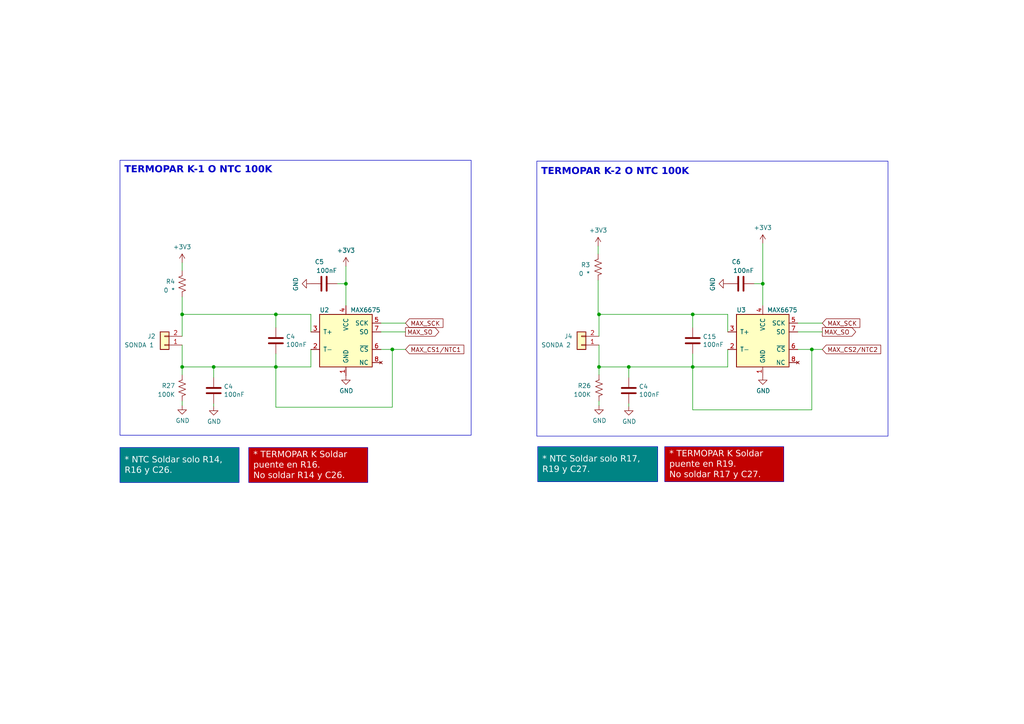
<source format=kicad_sch>
(kicad_sch (version 20230121) (generator eeschema)
  (paper "A4")
  (title_block (title "HOT-PLATE") (rev "1"))
  (lib_symbols
    (symbol "Connector_Generic:Conn_01x02" (pin_names (offset 1.016) hide)
      (property "Reference" "J" (at 0 2.54 0))
      (property "Value" "Conn_01x02" (at 0 -5.08 0))
      (symbol "Conn_01x02_1_1"
        (rectangle (start -1.27 -2.413) (end 0 -2.667) (stroke (width 0.1524)))
        (rectangle (start -1.27 0.127) (end 0 -0.127) (stroke (width 0.1524)))
        (rectangle (start -1.27 1.27) (end 1.27 -3.81) (stroke (width 0.254)) (fill (type background)))
        (pin passive line (at -5.08 0 0) (length 3.81) (name "Pin_1") (number "1"))
        (pin passive line (at -5.08 -2.54 0) (length 3.81) (name "Pin_2") (number "2"))
      )
    )
    (symbol "Device:C" (pin_numbers hide) (pin_names (offset 0.254))
      (property "Reference" "C" (at 0.635 2.54 0))
      (property "Value" "C" (at 0.635 -2.54 0))
      (symbol "C_0_1"
        (polyline (pts (xy -2.032 -0.762) (xy 2.032 -0.762)) (stroke (width 0.508)))
        (polyline (pts (xy -2.032 0.762) (xy 2.032 0.762)) (stroke (width 0.508)))
      )
      (symbol "C_1_1"
        (pin passive line (at 0 3.81 270) (length 2.794) (name "~") (number "1"))
        (pin passive line (at 0 -3.81 90) (length 2.794) (name "~") (number "2"))
      )
    )
    (symbol "Device:R_US" (pin_numbers hide) (pin_names (offset 0))
      (property "Reference" "R" (at 2.54 0 90))
      (property "Value" "R_US" (at -2.54 0 90))
      (symbol "R_US_0_1"
        (polyline (pts (xy 0 -2.286) (xy 0 -2.54)))
        (polyline (pts (xy 0 2.286) (xy 0 2.54)))
        (polyline (pts (xy 0 -0.762) (xy 1.016 -1.143) (xy 0 -1.524) (xy -1.016 -1.905) (xy 0 -2.286)))
        (polyline (pts (xy 0 0.762) (xy 1.016 0.381) (xy 0 0) (xy -1.016 -0.381) (xy 0 -0.762)))
        (polyline (pts (xy 0 2.286) (xy 1.016 1.905) (xy 0 1.524) (xy -1.016 1.143) (xy 0 0.762)))
      )
      (symbol "R_US_1_1"
        (pin passive line (at 0 3.81 270) (length 1.27) (name "~") (number "1"))
        (pin passive line (at 0 -3.81 90) (length 1.27) (name "~") (number "2"))
      )
    )
    (symbol "Sensor_Temperature:MAX6675" (pin_names (offset 1.016))
      (property "Reference" "U" (at -7.62 8.89 0))
      (property "Value" "MAX6675" (at 1.27 8.89 0))
      (symbol "MAX6675_0_1"
        (rectangle (start -7.62 7.62) (end 7.62 -7.62) (stroke (width 0.254)) (fill (type background)))
      )
      (symbol "MAX6675_1_1"
        (pin power_in line (at 0 -10.16 90) (length 2.54) (name "GND") (number "1"))
        (pin passive line (at -10.16 -2.54 0) (length 2.54) (name "T-") (number "2"))
        (pin passive line (at -10.16 2.54 0) (length 2.54) (name "T+") (number "3"))
        (pin power_in line (at 0 10.16 270) (length 2.54) (name "VCC") (number "4"))
        (pin input line (at 10.16 5.08 180) (length 2.54) (name "SCK") (number "5"))
        (pin input line (at 10.16 -2.54 180) (length 2.54) (name "~{CS}") (number "6"))
        (pin tri_state line (at 10.16 2.54 180) (length 2.54) (name "SO") (number "7"))
        (pin no_connect line (at 10.16 -6.35 180) (length 2.54) (name "NC") (number "8"))
      )
    )
    (symbol "power:+3V3" (power) (pin_names (offset 0))
      (property "Value" "+3V3" (at 0 3.556 0))
      (symbol "+3V3_0_1"
        (polyline (pts (xy -0.762 1.27) (xy 0 2.54)))
        (polyline (pts (xy 0 0) (xy 0 2.54)))
        (polyline (pts (xy 0 2.54) (xy 0.762 1.27)))
      )
      (symbol "+3V3_1_1"
        (pin power_in line (at 0 0 90) (length 0) hide (name "+3V3") (number "1"))
      )
    )
    (symbol "power:GND" (power) (pin_names (offset 0))
      (property "Value" "GND" (at 0 -3.81 0))
      (symbol "GND_0_1"
        (polyline (pts (xy 0 0) (xy 0 -1.27) (xy 1.27 -1.27) (xy 0 -2.54) (xy -1.27 -1.27) (xy 0 -1.27)))
      )
      (symbol "GND_1_1"
        (pin power_in line (at 0 0 270) (length 0) hide (name "GND") (number "1"))
      )
    )
  )
  (junction (at 235.458 101.346))
  (junction (at 221.234 82.296))
  (junction (at 61.976 106.426))
  (junction (at 200.914 106.426))
  (junction (at 173.736 91.186))
  (junction (at 52.832 91.186))
  (junction (at 80.01 91.186))
  (junction (at 52.832 106.426))
  (junction (at 173.736 106.426))
  (junction (at 113.792 101.346))
  (junction (at 200.914 91.186))
  (junction (at 182.372 106.426))
  (junction (at 80.01 106.426))
  (junction (at 100.33 82.296))
  (wire (pts (xy 221.234 82.296) (xy 221.234 88.646)))
  (wire (pts (xy 200.914 118.872) (xy 235.458 118.872)))
  (wire (pts (xy 182.372 117.856) (xy 182.372 117.094)))
  (wire (pts (xy 231.394 93.726) (xy 238.506 93.726)))
  (wire (pts (xy 173.736 117.602) (xy 173.736 116.332)))
  (wire (pts (xy 235.458 101.346) (xy 238.506 101.346)))
  (wire (pts (xy 231.394 101.346) (xy 235.458 101.346)))
  (wire (pts (xy 173.736 108.712) (xy 173.736 106.426)))
  (wire (pts (xy 61.976 117.856) (xy 61.976 117.094)))
  (wire (pts (xy 182.372 109.474) (xy 182.372 106.426)))
  (wire (pts (xy 113.792 101.346) (xy 117.602 101.346)))
  (wire (pts (xy 200.914 118.872) (xy 200.914 106.426)))
  (wire (pts (xy 52.832 97.536) (xy 52.832 91.186)))
  (wire (pts (xy 100.33 77.216) (xy 100.33 82.296)))
  (wire (pts (xy 200.914 106.426) (xy 211.074 106.426)))
  (wire (pts (xy 173.482 71.374) (xy 173.482 73.66)))
  (wire (pts (xy 80.01 106.426) (xy 80.01 118.11)))
  (wire (pts (xy 211.074 106.426) (xy 211.074 101.346)))
  (wire (pts (xy 110.49 96.266) (xy 117.602 96.266)))
  (wire (pts (xy 80.01 106.426) (xy 90.17 106.426)))
  (wire (pts (xy 173.736 100.076) (xy 173.736 106.426)))
  (wire (pts (xy 173.736 91.186) (xy 200.914 91.186)))
  (wire (pts (xy 80.01 118.11) (xy 113.792 118.11)))
  (wire (pts (xy 200.914 102.616) (xy 200.914 106.426)))
  (wire (pts (xy 110.49 101.346) (xy 113.792 101.346)))
  (wire (pts (xy 52.832 117.602) (xy 52.832 116.332)))
  (wire (pts (xy 173.736 97.536) (xy 173.736 91.186)))
  (wire (pts (xy 113.792 118.11) (xy 113.792 101.346)))
  (wire (pts (xy 211.074 91.186) (xy 200.914 91.186)))
  (wire (pts (xy 52.832 106.426) (xy 61.976 106.426)))
  (wire (pts (xy 90.17 106.426) (xy 90.17 101.346)))
  (wire (pts (xy 52.832 76.2) (xy 52.832 78.486)))
  (wire (pts (xy 173.482 81.28) (xy 173.482 91.186)))
  (wire (pts (xy 90.17 96.266) (xy 90.17 91.186)))
  (wire (pts (xy 182.372 106.426) (xy 200.914 106.426)))
  (wire (pts (xy 235.458 118.872) (xy 235.458 101.346)))
  (wire (pts (xy 52.832 86.106) (xy 52.832 91.186)))
  (wire (pts (xy 200.914 91.186) (xy 200.914 94.996)))
  (wire (pts (xy 173.482 91.186) (xy 173.736 91.186)))
  (wire (pts (xy 61.976 109.474) (xy 61.976 106.426)))
  (wire (pts (xy 231.394 96.266) (xy 238.506 96.266)))
  (wire (pts (xy 173.736 106.426) (xy 182.372 106.426)))
  (wire (pts (xy 221.234 70.612) (xy 221.234 82.296)))
  (wire (pts (xy 52.832 108.712) (xy 52.832 106.426)))
  (wire (pts (xy 211.074 96.266) (xy 211.074 91.186)))
  (wire (pts (xy 100.33 82.296) (xy 100.33 88.646)))
  (wire (pts (xy 80.01 91.186) (xy 80.01 94.996)))
  (wire (pts (xy 52.832 100.076) (xy 52.832 106.426)))
  (wire (pts (xy 90.17 91.186) (xy 80.01 91.186)))
  (wire (pts (xy 110.49 93.726) (xy 117.602 93.726)))
  (wire (pts (xy 52.832 91.186) (xy 80.01 91.186)))
  (wire (pts (xy 218.694 82.296) (xy 221.234 82.296)))
  (wire (pts (xy 80.01 102.616) (xy 80.01 106.426)))
  (wire (pts (xy 97.79 82.296) (xy 100.33 82.296)))
  (wire (pts (xy 61.976 106.426) (xy 80.01 106.426)))
  (rectangle (start 34.798 46.482) (end 136.652 126.238))
  (rectangle (start 155.702 46.736) (end 257.556 126.492))
  (text_box "* NTC Soldar solo R17, R19 y C27." (at 155.956 129.54 0) (size 34.798 10.16) (fill (type color) (color 0 132 132 1)) (effects (font (size 1.8 1.8)) (justify left)))
  (text_box "* NTC Soldar solo R14, R16 y C26." (at 34.798 129.794 0) (size 34.544 10.16) (fill (type color) (color 0 132 132 1)) (effects (font (size 1.8 1.8)) (justify left)))
  (text_box "* TERMOPAR K Soldar puente en R16. \nNo soldar R14 y C26." (at 72.136 129.794 0) (size 34.544 10.16) (fill (type color) (color 194 0 0 1)) (effects (font (size 1.8 1.8)) (justify left)))
  (text_box "* TERMOPAR K Soldar puente en R19.\nNo soldar R17 y C27." (at 192.786 129.54 0) (size 34.544 10.16) (fill (type color) (color 194 0 0 1)) (effects (font (size 1.8 1.8)) (justify left)))
  (text "TERMOPAR K-1 O NTC 100K\n" (at 36.068 51.054 0) (effects (font (size 2 2) (thickness 0.4) bold) (justify left bottom)))
  (text "TERMOPAR K-2 O NTC 100K\n" (at 156.972 51.562 0) (effects (font (size 2 2) (thickness 0.4) bold) (justify left bottom)))
  (global_label "MAX_SCK" (shape input) (at 238.506 93.726 0) (property "Intersheetrefs" "${INTERSHEET_REFS}" (effects hide)))
  (global_label "MAX_SO" (shape output) (at 117.602 96.266 0) (property "Intersheetrefs" "${INTERSHEET_REFS}" (effects hide)))
  (global_label "MAX_SCK" (shape input) (at 117.602 93.726 0) (property "Intersheetrefs" "${INTERSHEET_REFS}" (effects hide)))
  (global_label "MAX_CS2{slash}NTC2" (shape input) (at 238.506 101.346 0) (property "Intersheetrefs" "${INTERSHEET_REFS}" (effects hide)))
  (global_label "MAX_SO" (shape output) (at 238.506 96.266 0) (property "Intersheetrefs" "${INTERSHEET_REFS}" (effects hide)))
  (global_label "MAX_CS1{slash}NTC1" (shape input) (at 117.602 101.346 0) (property "Intersheetrefs" "${INTERSHEET_REFS}" (effects hide)))
  (symbol (lib_id "Sensor_Temperature:MAX6675") (at 100.33 98.806 0) (unit 1)
    (property "Reference" "U2" (at 92.71 89.916 0) (effects (justify left)))
    (property "Value" "MAX6675" (at 101.6 89.916 0) (effects (justify left)))
    (property "Footprint" "Package_SO:SOIC-8_3.9x4.9mm_P1.27mm" (effects hide))
    (property "Datasheet" "https://www.analog.com/media/en/technical-documentation/data-sheets/MAX6675.pdf" (effects hide))
    (instances (project "Hot-Plate-DV2819" (path "" (reference "U2") (unit 1))) (project "Hot_plate" (path "" (reference "U4") (unit 1))))
  )
  (symbol (lib_id "Device:R_US") (at 173.482 77.47 0) (mirror x) (unit 1)
    (property "Reference" "R3" (at 171.196 76.835 0) (effects (justify right)))
    (property "Value" "0 *" (at 171.196 79.375 0) (effects (justify right)))
    (property "Footprint" "Resistor_SMD:R_0603_1608Metric_Pad0.98x0.95mm_HandSolder" (effects hide))
    (instances (project "Hot-Plate-DV2819" (path "" (reference "R3") (unit 1))) (project "Hot_plate" (path "" (reference "R17") (unit 1))))
  )
  (symbol (lib_id "Device:C") (at 93.98 82.296 90) (unit 1)
    (property "Reference" "C5" (at 93.98 75.946 90) (effects (justify left)))
    (property "Value" "100nF" (at 97.79 78.486 90) (effects (justify left)))
    (property "Footprint" "Capacitor_SMD:C_0603_1608Metric_Pad1.08x0.95mm_HandSolder" (effects hide))
    (instances (project "Hot-Plate-DV2819" (path "" (reference "C5") (unit 1))) (project "Hot_plate" (path "" (reference "C21") (unit 1))))
  )
  (symbol (lib_id "power:+3V3") (at 221.234 70.612 0) (unit 1)
    (property "Reference" "#PWR01" (effects hide))
    (property "Value" "+3V3" (at 221.234 66.04 0))
    (instances (project "Hot-Plate-DV2819" (path "" (reference "#PWR01") (unit 1))) (project "Hot_plate" (path "" (reference "#PWR078") (unit 1))))
  )
  (symbol (lib_id "Connector_Generic:Conn_01x02") (at 168.656 100.076 180) (unit 1)
    (property "Reference" "J4" (at 164.846 97.536 0))
    (property "Value" "SONDA 2" (at 161.29 100.076 0))
    (property "Footprint" "Connector_JST:JST_XH_B2B-XH-A_1x02_P2.50mm_Vertical" (effects hide))
    (instances (project "Hot-Plate-DV2819" (path "" (reference "J4") (unit 1))) (project "Hot_plate" (path "" (reference "J7") (unit 1))))
  )
  (symbol (lib_id "power:GND") (at 52.832 117.602 0) (unit 1)
    (property "Reference" "#PWR07" (effects hide))
    (property "Value" "GND" (at 52.959 121.9962 0))
    (instances (project "Hot-Plate-DV2819" (path "" (reference "#PWR07") (unit 1))) (project "Hot_plate" (path "" (reference "#PWR071") (unit 1))))
  )
  (symbol (lib_id "Device:C") (at 182.372 113.284 0) (unit 1)
    (property "Reference" "C4" (at 185.293 112.1156 0) (effects (justify left)))
    (property "Value" "100nF" (at 185.293 114.427 0) (effects (justify left)))
    (property "Footprint" "Capacitor_SMD:C_0603_1608Metric_Pad1.08x0.95mm_HandSolder" (effects hide))
    (instances (project "Hot-Plate-DV2819" (path "" (reference "C4") (unit 1))) (project "Hot_plate" (path "" (reference "C27") (unit 1))))
  )
  (symbol (lib_id "power:GND") (at 182.372 117.856 0) (unit 1)
    (property "Reference" "#PWR07" (effects hide))
    (property "Value" "GND" (at 182.499 122.2502 0))
    (instances (project "Hot-Plate-DV2819" (path "" (reference "#PWR07") (unit 1))) (project "Hot_plate" (path "" (reference "#PWR095") (unit 1))))
  )
  (symbol (lib_id "power:GND") (at 90.17 82.296 270) (unit 1)
    (property "Reference" "#PWR0119" (effects hide))
    (property "Value" "GND" (at 85.7758 82.423 0))
    (instances (project "Hot-Plate-DV2819" (path "" (reference "#PWR0119") (unit 1))) (project "Hot_plate" (path "" (reference "#PWR072") (unit 1))))
  )
  (symbol (lib_id "power:+3V3") (at 100.33 77.216 0) (unit 1)
    (property "Reference" "#PWR0118" (effects hide))
    (property "Value" "+3V3" (at 100.33 72.644 0))
    (instances (project "Hot-Plate-DV2819" (path "" (reference "#PWR0118") (unit 1))) (project "Hot_plate" (path "" (reference "#PWR073") (unit 1))))
  )
  (symbol (lib_id "Connector_Generic:Conn_01x02") (at 47.752 100.076 180) (unit 1)
    (property "Reference" "J2" (at 43.942 97.536 0))
    (property "Value" "SONDA 1" (at 40.386 100.076 0))
    (property "Footprint" "Connector_JST:JST_XH_B2B-XH-A_1x02_P2.50mm_Vertical" (effects hide))
    (instances (project "Hot-Plate-DV2819" (path "" (reference "J2") (unit 1))) (project "Hot_plate" (path "" (reference "J6") (unit 1))))
  )
  (symbol (lib_id "Device:R_US") (at 52.832 82.296 0) (mirror x) (unit 1)
    (property "Reference" "R4" (at 50.8 81.661 0) (effects (justify right)))
    (property "Value" "0 *" (at 50.8 84.201 0) (effects (justify right)))
    (property "Footprint" "Resistor_SMD:R_0603_1608Metric_Pad0.98x0.95mm_HandSolder" (effects hide))
    (instances (project "Hot-Plate-DV2819" (path "" (reference "R4") (unit 1))) (project "Hot_plate" (path "" (reference "R14") (unit 1))))
  )
  (symbol (lib_id "Device:C") (at 214.884 82.296 90) (unit 1)
    (property "Reference" "C6" (at 214.884 75.946 90) (effects (justify left)))
    (property "Value" "100nF" (at 218.694 78.486 90) (effects (justify left)))
    (property "Footprint" "Capacitor_SMD:C_0603_1608Metric_Pad1.08x0.95mm_HandSolder" (effects hide))
    (instances (project "Hot-Plate-DV2819" (path "" (reference "C6") (unit 1))) (project "Hot_plate" (path "" (reference "C23") (unit 1))))
  )
  (symbol (lib_id "Device:R_US") (at 173.736 112.522 0) (mirror x) (unit 1)
    (property "Reference" "R26" (at 171.45 111.887 0) (effects (justify right)))
    (property "Value" "100K" (at 171.45 114.427 0) (effects (justify right)))
    (property "Footprint" "Resistor_SMD:R_0603_1608Metric_Pad0.98x0.95mm_HandSolder" (effects hide))
    (instances (project "Hot-Plate-DV2819" (path "" (reference "R26") (unit 1))) (project "Hot_plate" (path "" (reference "R19") (unit 1))))
  )
  (symbol (lib_id "Sensor_Temperature:MAX6675") (at 221.234 98.806 0) (unit 1)
    (property "Reference" "U3" (at 213.614 89.916 0) (effects (justify left)))
    (property "Value" "MAX6675" (at 222.504 89.916 0) (effects (justify left)))
    (property "Footprint" "Package_SO:SOIC-8_3.9x4.9mm_P1.27mm" (effects hide))
    (property "Datasheet" "https://www.analog.com/media/en/technical-documentation/data-sheets/MAX6675.pdf" (effects hide))
    (instances (project "Hot-Plate-DV2819" (path "" (reference "U3") (unit 1))) (project "Hot_plate" (path "" (reference "U5") (unit 1))))
  )
  (symbol (lib_id "Device:C") (at 61.976 113.284 0) (unit 1)
    (property "Reference" "C4" (at 64.897 112.1156 0) (effects (justify left)))
    (property "Value" "100nF" (at 64.897 114.427 0) (effects (justify left)))
    (property "Footprint" "Capacitor_SMD:C_0603_1608Metric_Pad1.08x0.95mm_HandSolder" (effects hide))
    (instances (project "Hot-Plate-DV2819" (path "" (reference "C4") (unit 1))) (project "Hot_plate" (path "" (reference "C26") (unit 1))))
  )
  (symbol (lib_id "power:+3V3") (at 52.832 76.2 0) (unit 1)
    (property "Reference" "#PWR02" (effects hide))
    (property "Value" "+3V3" (at 52.832 71.628 0))
    (instances (project "Hot-Plate-DV2819" (path "" (reference "#PWR02") (unit 1))) (project "Hot_plate" (path "" (reference "#PWR070") (unit 1))))
  )
  (symbol (lib_id "power:GND") (at 211.074 82.296 270) (unit 1)
    (property "Reference" "#PWR04" (effects hide))
    (property "Value" "GND" (at 206.6798 82.423 0))
    (instances (project "Hot-Plate-DV2819" (path "" (reference "#PWR04") (unit 1))) (project "Hot_plate" (path "" (reference "#PWR077") (unit 1))))
  )
  (symbol (lib_id "power:GND") (at 61.976 117.856 0) (unit 1)
    (property "Reference" "#PWR07" (effects hide))
    (property "Value" "GND" (at 62.103 122.2502 0))
    (instances (project "Hot-Plate-DV2819" (path "" (reference "#PWR07") (unit 1))) (project "Hot_plate" (path "" (reference "#PWR094") (unit 1))))
  )
  (symbol (lib_id "power:GND") (at 221.234 108.966 0) (unit 1)
    (property "Reference" "#PWR05" (effects hide))
    (property "Value" "GND" (at 221.361 113.3602 0))
    (instances (project "Hot-Plate-DV2819" (path "" (reference "#PWR05") (unit 1))) (project "Hot_plate" (path "" (reference "#PWR079") (unit 1))))
  )
  (symbol (lib_id "Device:C") (at 200.914 98.806 0) (unit 1)
    (property "Reference" "C15" (at 203.835 97.6376 0) (effects (justify left)))
    (property "Value" "100nF" (at 203.835 99.949 0) (effects (justify left)))
    (property "Footprint" "Capacitor_SMD:C_0603_1608Metric_Pad1.08x0.95mm_HandSolder" (effects hide))
    (instances (project "Hot-Plate-DV2819" (path "" (reference "C15") (unit 1))) (project "Hot_plate" (path "" (reference "C22") (unit 1))))
  )
  (symbol (lib_id "Device:R_US") (at 52.832 112.522 0) (mirror x) (unit 1)
    (property "Reference" "R27" (at 50.8 111.887 0) (effects (justify right)))
    (property "Value" "100K" (at 50.8 114.427 0) (effects (justify right)))
    (property "Footprint" "Resistor_SMD:R_0603_1608Metric_Pad0.98x0.95mm_HandSolder" (effects hide))
    (instances (project "Hot-Plate-DV2819" (path "" (reference "R27") (unit 1))) (project "Hot_plate" (path "" (reference "R16") (unit 1))))
  )
  (symbol (lib_id "power:+3V3") (at 173.482 71.374 0) (unit 1)
    (property "Reference" "#PWR01" (effects hide))
    (property "Value" "+3V3" (at 173.482 66.802 0))
    (instances (project "Hot-Plate-DV2819" (path "" (reference "#PWR01") (unit 1))) (project "Hot_plate" (path "" (reference "#PWR075") (unit 1))))
  )
  (symbol (lib_id "power:GND") (at 173.736 117.602 0) (unit 1)
    (property "Reference" "#PWR06" (effects hide))
    (property "Value" "GND" (at 173.863 121.9962 0))
    (instances (project "Hot-Plate-DV2819" (path "" (reference "#PWR06") (unit 1))) (project "Hot_plate" (path "" (reference "#PWR076") (unit 1))))
  )
  (symbol (lib_id "power:GND") (at 100.33 108.966 0) (unit 1)
    (property "Reference" "#PWR0120" (effects hide))
    (property "Value" "GND" (at 100.457 113.3602 0))
    (instances (project "Hot-Plate-DV2819" (path "" (reference "#PWR0120") (unit 1))) (project "Hot_plate" (path "" (reference "#PWR074") (unit 1))))
  )
  (symbol (lib_id "Device:C") (at 80.01 98.806 0) (unit 1)
    (property "Reference" "C4" (at 82.931 97.6376 0) (effects (justify left)))
    (property "Value" "100nF" (at 82.931 99.949 0) (effects (justify left)))
    (property "Footprint" "Capacitor_SMD:C_0603_1608Metric_Pad1.08x0.95mm_HandSolder" (effects hide))
    (instances (project "Hot-Plate-DV2819" (path "" (reference "C4") (unit 1))) (project "Hot_plate" (path "" (reference "C20") (unit 1))))
  )
)
</source>
